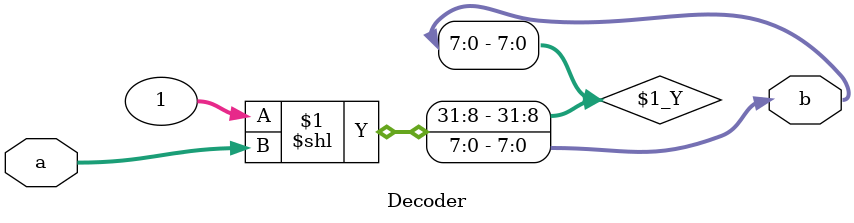
<source format=sv>
module regfile(data_in, writenum, write, readnum, clk, data_out);
  input [15:0] data_in;
  input [2:0] writenum, readnum;
  input write, clk;
  output [15:0] data_out;

  wire [7:0] writenumDecoded;
  wire [7:0] readnumDecoded;

  //decoding writenum and readnum into 8-bit one hot code from 3 bit binary
  Decoder write_decoder (writenum, writenumDecoded);
  Decoder read_decoder (readnum, readnumDecoded);

  //bitwise & with the write input to find which register to write to
  wire [7:0] load = writenumDecoded & {8{write}};
  wire [15:0] R0, R1, R2, R3, R4, R5, R6, R7;

  //instantiate the load-enable registers
  vDFFE register0 (clk, load[0], data_in, R0);
  vDFFE register1 (clk, load[1], data_in, R1);
  vDFFE register2 (clk, load[2], data_in, R2);
  vDFFE register3 (clk, load[3], data_in, R3);
  vDFFE register4 (clk, load[4], data_in, R4);
  vDFFE register5 (clk, load[5], data_in, R5);
  vDFFE register6 (clk, load[6], data_in, R6);
  vDFFE register7 (clk, load[7], data_in, R7);

  //logic for mux to select which register to read from
  assign data_out = (readnumDecoded[0] ? R0 :
                       readnumDecoded[1] ? R1 :
                       readnumDecoded[2] ? R2 :
                       readnumDecoded[3] ? R3 :
                       readnumDecoded[4] ? R4 :
                       readnumDecoded[5] ? R5 :
                       readnumDecoded[6] ? R6 : R7);
  
endmodule

//Load-enable register
module vDFFE(clk, load, in, out) ;
  parameter n = 16;
  input clk, load ;
  input  [n-1:0] in ;
  output [n-1:0] out ;
  reg    [n-1:0] out ;
  wire   [n-1:0] next_out ;

  assign next_out = load ? in : out;

  always @(posedge clk)
    out = next_out;  
endmodule

//3 bit binary to 8 bit one hot code decoder
module Decoder(a, b) ;
  input  [2:0] a ;
  output [7:0] b ;

  wire [7:0] b = 1 << a ;
endmodule


</source>
